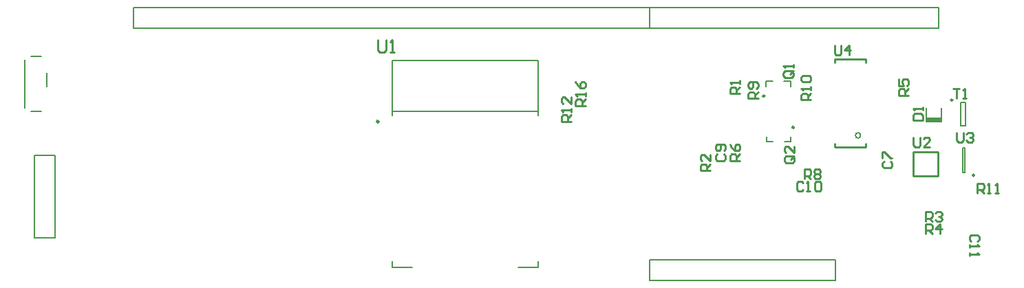
<source format=gto>
G04*
G04 #@! TF.GenerationSoftware,Altium Limited,Altium Designer,18.1.9 (240)*
G04*
G04 Layer_Color=65535*
%FSLAX44Y44*%
%MOMM*%
G71*
G01*
G75*
%ADD10C,0.2500*%
%ADD11C,0.2032*%
%ADD12C,0.3000*%
%ADD13C,0.2000*%
%ADD14C,0.2540*%
%ADD15C,0.1270*%
%ADD16R,1.8000X0.5080*%
D10*
X1244500Y1086000D02*
G03*
X1244500Y1086000I-1250J0D01*
G01*
X1208250Y1124550D02*
G03*
X1208250Y1124550I-1250J0D01*
G01*
X1439500Y1119750D02*
G03*
X1439500Y1119750I-1250J0D01*
G01*
X1466250Y1027000D02*
G03*
X1466250Y1027000I-1250J0D01*
G01*
D11*
X1326205Y1076000D02*
G03*
X1326205Y1076000I-3256J0D01*
G01*
D12*
X732980Y1093130D02*
G03*
X732980Y1093130I-1000J0D01*
G01*
D13*
X309300Y1051500D02*
X334700D01*
Y949900D02*
Y1051500D01*
X309300Y949900D02*
Y1051500D01*
Y949900D02*
X334700D01*
X1210250Y1068000D02*
X1218250D01*
X1210250D02*
Y1074000D01*
X1232250Y1068000D02*
X1240250D01*
Y1074000D01*
X1232000Y1142550D02*
X1240000D01*
Y1136550D02*
Y1142550D01*
X1210000D02*
X1218000D01*
X1210000Y1136550D02*
Y1142550D01*
X1407250Y1092690D02*
X1425250D01*
X1407250D02*
Y1109560D01*
X1425250Y1092690D02*
Y1109560D01*
X1449250Y1087750D02*
Y1116750D01*
X1455250D01*
Y1087750D02*
Y1116750D01*
X1449250Y1087750D02*
X1455250D01*
X1451500Y1030000D02*
Y1061000D01*
X1454500Y1030000D02*
Y1061000D01*
X1451500D02*
X1454500D01*
X1451500Y1030000D02*
X1454500D01*
X1066300Y922920D02*
X1294900D01*
X1066300Y897520D02*
Y922920D01*
Y897520D02*
X1294900D01*
Y922920D01*
X1066800Y1207770D02*
Y1233170D01*
X431800Y1207770D02*
X1066800D01*
X431800D02*
Y1233170D01*
X450850D01*
X1066800D01*
X1085450Y1233170D02*
X1422000D01*
X1066400D02*
X1085450D01*
X1066400Y1207770D02*
Y1233170D01*
Y1207770D02*
X1422000D01*
Y1233170D01*
D14*
X1332050Y1166030D02*
Y1169840D01*
X1293950D02*
X1332050D01*
X1293950Y1166030D02*
Y1169840D01*
X1332050Y1061890D02*
Y1065700D01*
X1293950Y1061890D02*
X1332050D01*
X1293950D02*
Y1065700D01*
X1391250Y1026000D02*
X1406250D01*
X1391250D02*
Y1056000D01*
X1421250D01*
Y1026000D02*
Y1056000D01*
X1406250Y1026000D02*
X1421250D01*
X970000Y1093130D02*
X958004D01*
Y1099128D01*
X960003Y1101127D01*
X964002D01*
X966001Y1099128D01*
Y1093130D01*
Y1097129D02*
X970000Y1101127D01*
Y1105126D02*
Y1109125D01*
Y1107125D01*
X958004D01*
X960003Y1105126D01*
X970000Y1123120D02*
Y1115123D01*
X962003Y1123120D01*
X960003D01*
X958004Y1121121D01*
Y1117122D01*
X960003Y1115123D01*
X987500Y1112500D02*
X975504D01*
Y1118498D01*
X977503Y1120497D01*
X981502D01*
X983501Y1118498D01*
Y1112500D01*
Y1116499D02*
X987500Y1120497D01*
Y1124496D02*
Y1128495D01*
Y1126496D01*
X975504D01*
X977503Y1124496D01*
X975504Y1142490D02*
X977503Y1138492D01*
X981502Y1134493D01*
X985501D01*
X987500Y1136492D01*
Y1140491D01*
X985501Y1142490D01*
X983501D01*
X981502Y1140491D01*
Y1134493D01*
X1177500Y1127500D02*
X1165504D01*
Y1133498D01*
X1167503Y1135497D01*
X1171502D01*
X1173501Y1133498D01*
Y1127500D01*
Y1131499D02*
X1177500Y1135497D01*
Y1139496D02*
Y1143495D01*
Y1141496D01*
X1165504D01*
X1167503Y1139496D01*
X1177500Y1045000D02*
X1165504D01*
Y1050998D01*
X1167503Y1052997D01*
X1171502D01*
X1173501Y1050998D01*
Y1045000D01*
Y1048999D02*
X1177500Y1052997D01*
X1165504Y1064994D02*
X1167503Y1060995D01*
X1171502Y1056996D01*
X1175501D01*
X1177500Y1058996D01*
Y1062994D01*
X1175501Y1064994D01*
X1173501D01*
X1171502Y1062994D01*
Y1056996D01*
X1150003Y1052997D02*
X1148004Y1050998D01*
Y1046999D01*
X1150003Y1045000D01*
X1158001D01*
X1160000Y1046999D01*
Y1050998D01*
X1158001Y1052997D01*
Y1056996D02*
X1160000Y1058996D01*
Y1062994D01*
X1158001Y1064994D01*
X1150003D01*
X1148004Y1062994D01*
Y1058996D01*
X1150003Y1056996D01*
X1152003D01*
X1154002Y1058996D01*
Y1064994D01*
X1141250Y1032500D02*
X1129254D01*
Y1038498D01*
X1131253Y1040497D01*
X1135252D01*
X1137251Y1038498D01*
Y1032500D01*
Y1036499D02*
X1141250Y1040497D01*
Y1052494D02*
Y1044496D01*
X1133253Y1052494D01*
X1131253D01*
X1129254Y1050494D01*
Y1046496D01*
X1131253Y1044496D01*
X1200000Y1121750D02*
X1188004D01*
Y1127748D01*
X1190003Y1129747D01*
X1194002D01*
X1196001Y1127748D01*
Y1121750D01*
Y1125749D02*
X1200000Y1129747D01*
X1198001Y1133746D02*
X1200000Y1135745D01*
Y1139744D01*
X1198001Y1141743D01*
X1190003D01*
X1188004Y1139744D01*
Y1135745D01*
X1190003Y1133746D01*
X1192003D01*
X1194002Y1135745D01*
Y1141743D01*
X1242501Y1050497D02*
X1234503D01*
X1232504Y1048498D01*
Y1044499D01*
X1234503Y1042500D01*
X1242501D01*
X1244500Y1044499D01*
Y1048498D01*
X1240501Y1046499D02*
X1244500Y1050497D01*
Y1048498D02*
X1242501Y1050497D01*
X1244500Y1062494D02*
Y1054496D01*
X1236503Y1062494D01*
X1234503D01*
X1232504Y1060494D01*
Y1056496D01*
X1234503Y1054496D01*
X1241251Y1155497D02*
X1233253D01*
X1231254Y1153498D01*
Y1149499D01*
X1233253Y1147500D01*
X1241251D01*
X1243250Y1149499D01*
Y1153498D01*
X1239251Y1151499D02*
X1243250Y1155497D01*
Y1153498D02*
X1241251Y1155497D01*
X1243250Y1159496D02*
Y1163495D01*
Y1161496D01*
X1231254D01*
X1233253Y1159496D01*
X1256800Y1022500D02*
Y1034496D01*
X1262798D01*
X1264797Y1032497D01*
Y1028498D01*
X1262798Y1026499D01*
X1256800D01*
X1260799D02*
X1264797Y1022500D01*
X1268796Y1032497D02*
X1270796Y1034496D01*
X1274794D01*
X1276794Y1032497D01*
Y1030497D01*
X1274794Y1028498D01*
X1276794Y1026499D01*
Y1024499D01*
X1274794Y1022500D01*
X1270796D01*
X1268796Y1024499D01*
Y1026499D01*
X1270796Y1028498D01*
X1268796Y1030497D01*
Y1032497D01*
X1270796Y1028498D02*
X1274794D01*
X1293950Y1186996D02*
Y1176999D01*
X1295949Y1175000D01*
X1299948D01*
X1301947Y1176999D01*
Y1186996D01*
X1311944Y1175000D02*
Y1186996D01*
X1305946Y1180998D01*
X1313943D01*
X1265000Y1120000D02*
X1253004D01*
Y1125998D01*
X1255003Y1127997D01*
X1259002D01*
X1261001Y1125998D01*
Y1120000D01*
Y1123999D02*
X1265000Y1127997D01*
Y1131996D02*
Y1135995D01*
Y1133996D01*
X1253004D01*
X1255003Y1131996D01*
Y1141993D02*
X1253004Y1143992D01*
Y1147991D01*
X1255003Y1149990D01*
X1263001D01*
X1265000Y1147991D01*
Y1143992D01*
X1263001Y1141993D01*
X1255003D01*
X1385000Y1125358D02*
X1373004D01*
Y1131356D01*
X1375003Y1133355D01*
X1379002D01*
X1381001Y1131356D01*
Y1125358D01*
Y1129357D02*
X1385000Y1133355D01*
X1373004Y1145351D02*
Y1137354D01*
X1379002D01*
X1377003Y1141353D01*
Y1143352D01*
X1379002Y1145351D01*
X1383001D01*
X1385000Y1143352D01*
Y1139353D01*
X1383001Y1137354D01*
X1390504Y1095000D02*
X1402500D01*
Y1100998D01*
X1400501Y1102997D01*
X1392503D01*
X1390504Y1100998D01*
Y1095000D01*
X1402500Y1106996D02*
Y1110995D01*
Y1108996D01*
X1390504D01*
X1392503Y1106996D01*
X1440000Y1133746D02*
X1447997D01*
X1443999D01*
Y1121750D01*
X1451996D02*
X1455995D01*
X1453996D01*
Y1133746D01*
X1451996Y1131747D01*
X1444500Y1079746D02*
Y1069749D01*
X1446499Y1067750D01*
X1450498D01*
X1452497Y1069749D01*
Y1079746D01*
X1456496Y1077747D02*
X1458495Y1079746D01*
X1462494D01*
X1464494Y1077747D01*
Y1075747D01*
X1462494Y1073748D01*
X1460495D01*
X1462494D01*
X1464494Y1071749D01*
Y1069749D01*
X1462494Y1067750D01*
X1458495D01*
X1456496Y1069749D01*
X1391250Y1073886D02*
Y1063889D01*
X1393249Y1061890D01*
X1397248D01*
X1399247Y1063889D01*
Y1073886D01*
X1411243Y1061890D02*
X1403246D01*
X1411243Y1069887D01*
Y1071887D01*
X1409244Y1073886D01*
X1405246D01*
X1403246Y1071887D01*
X1355003Y1043997D02*
X1353004Y1041998D01*
Y1037999D01*
X1355003Y1036000D01*
X1363001D01*
X1365000Y1037999D01*
Y1041998D01*
X1363001Y1043997D01*
X1353004Y1047996D02*
Y1055993D01*
X1355003D01*
X1363001Y1047996D01*
X1365000D01*
X1470000Y1005000D02*
Y1016996D01*
X1475998D01*
X1477997Y1014997D01*
Y1010998D01*
X1475998Y1008999D01*
X1470000D01*
X1473999D02*
X1477997Y1005000D01*
X1481996D02*
X1485995D01*
X1483996D01*
Y1016996D01*
X1481996Y1014997D01*
X1491993Y1005000D02*
X1495992D01*
X1493992D01*
Y1016996D01*
X1491993Y1014997D01*
X1469997Y945653D02*
X1471996Y947652D01*
Y951651D01*
X1469997Y953650D01*
X1461999D01*
X1460000Y951651D01*
Y947652D01*
X1461999Y945653D01*
X1460000Y941654D02*
Y937655D01*
Y939654D01*
X1471996D01*
X1469997Y941654D01*
X1460000Y931657D02*
Y927658D01*
Y929658D01*
X1471996D01*
X1469997Y931657D01*
X1406250Y955000D02*
Y966996D01*
X1412248D01*
X1414247Y964997D01*
Y960998D01*
X1412248Y958999D01*
X1406250D01*
X1410249D02*
X1414247Y955000D01*
X1424244D02*
Y966996D01*
X1418246Y960998D01*
X1426243D01*
X1406250Y970000D02*
Y981996D01*
X1412248D01*
X1414247Y979997D01*
Y975998D01*
X1412248Y973999D01*
X1406250D01*
X1410249D02*
X1414247Y970000D01*
X1418246Y979997D02*
X1420246Y981996D01*
X1424244D01*
X1426243Y979997D01*
Y977997D01*
X1424244Y975998D01*
X1422245D01*
X1424244D01*
X1426243Y973999D01*
Y971999D01*
X1424244Y970000D01*
X1420246D01*
X1418246Y971999D01*
X731927Y1193780D02*
Y1181084D01*
X734466Y1178545D01*
X739545D01*
X742084Y1181084D01*
Y1193780D01*
X747162Y1178545D02*
X752240D01*
X749701D01*
Y1193780D01*
X747162Y1191241D01*
X1255497Y1017497D02*
X1253498Y1019496D01*
X1249499D01*
X1247500Y1017497D01*
Y1009499D01*
X1249499Y1007500D01*
X1253498D01*
X1255497Y1009499D01*
X1259496Y1007500D02*
X1263495D01*
X1261496D01*
Y1019496D01*
X1259496Y1017497D01*
X1269493D02*
X1271492Y1019496D01*
X1275491D01*
X1277490Y1017497D01*
Y1009499D01*
X1275491Y1007500D01*
X1271492D01*
X1269493Y1009499D01*
Y1017497D01*
D15*
X750150Y1105250D02*
X929350D01*
X929750Y913250D02*
Y920750D01*
X904750Y913250D02*
X929750D01*
X749750D02*
X774750D01*
X749750D02*
Y920750D01*
X929750Y1100750D02*
Y1168250D01*
X749750D02*
X929750D01*
X749750Y1100750D02*
Y1168250D01*
X325000Y1136500D02*
Y1153501D01*
X305501Y1106000D02*
X318500D01*
X298000Y1109500D02*
Y1126000D01*
Y1139000D01*
Y1169500D01*
X305501Y1173000D02*
X318500D01*
D16*
X1416249Y1095230D02*
D03*
M02*

</source>
